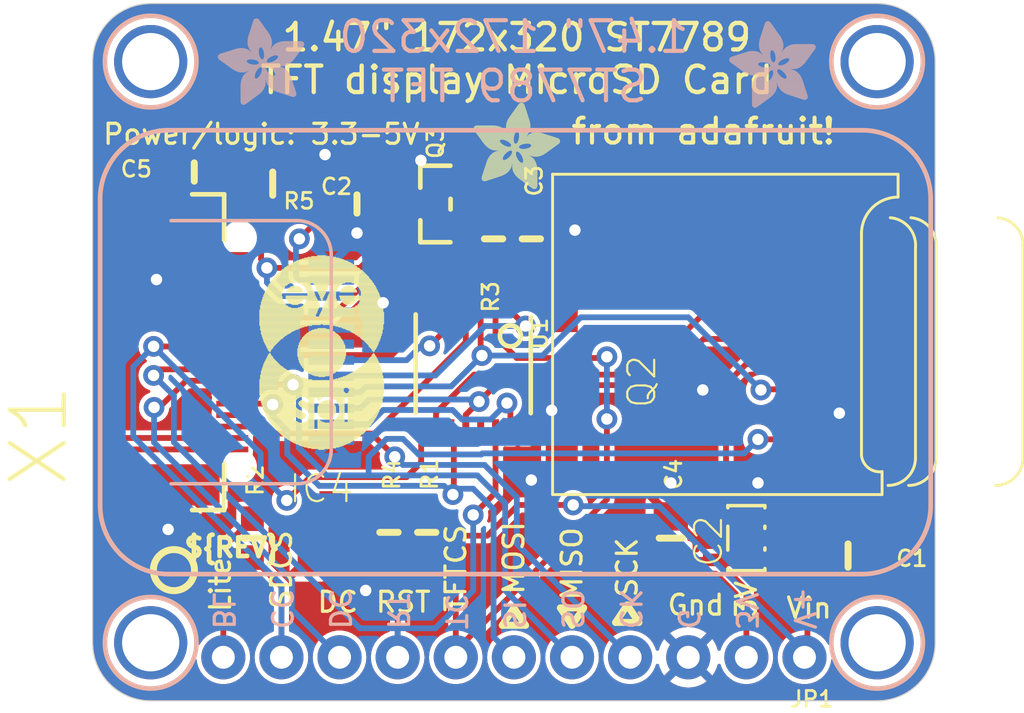
<source format=kicad_pcb>
(kicad_pcb (version 20221018) (generator pcbnew)
  (layers (0 "F.Cu" signal) (1 "In1.Cu" signal) (2 "In2.Cu" signal) (3 "In3.Cu" signal) (4 "In4.Cu" signal) (5 "In5.Cu" signal) (6 "In6.Cu" signal) (7 "In7.Cu" signal) (8 "In8.Cu" signal) (9 "In9.Cu" signal) (10 "In10.Cu" signal) (11 "In11.Cu" signal) (12 "In12.Cu" signal) (13 "In13.Cu" signal) (14 "In14.Cu" signal) (31 "B.Cu" signal) (34 "B.Paste" user) (35 "F.Paste" user) (36 "B.SilkS" user "B.Silkscreen") (37 "F.SilkS" user "F.Silkscreen") (38 "B.Mask" user) (39 "F.Mask" user) (44 "Edge.Cuts" user))
  (net 0 "")
  (net 1 "GND")
  (net 2 "SCK")
  (net 3 "SCK_3V")
  (net 4 "MOSI")
  (net 5 "MOSI_3V")
  (net 6 "MISO")
  (net 7 "+3V3")
  (net 8 "CARDCS")
  (net 9 "CARDCS_3V")
  (net 10 "LEDK")
  (net 11 "LITE")
  (net 12 "TFTDC")
  (net 13 "TFTDC_3V")
  (net 14 "TFTCS_3V")
  (net 15 "TFTCS")
  (net 16 "VIN")
  (net 17 "TFTRST_3V")
  (net 18 "TFTRST")
  (net 19 "N$1")
  (footprint "working:ADAFRUIT_3.5MM" (layer "F.Cu") (at 146.7231 97.8916)
    (fp_text reference "U$21" hide)
    (fp_text value "" hide)
  )
  (footprint "working:0603-NO" (layer "F.Cu") (at 144.6911 112.8776 90)
    (fp_text reference "R1")
    (fp_text value "10K")
  )
  (footprint "working:MICROSD" (layer "F.Cu") (at 150.1521 111.2266 90)
    (fp_text reference "Q2")
    (fp_text value "MICROSD" hide)
  )
  (footprint "working:SOT23-5L" (layer "F.Cu") (at 158.6611 113.1316 90)
    (fp_text reference "IC2")
    (fp_text value "AP2112")
  )
  (footprint "working:SOT23" (layer "F.Cu") (at 140.5001 112.8776)
    (fp_text reference "IC4")
    (fp_text value "APX803-SAG")
  )
  (footprint "working:PCBFEAT-REV-040" (layer "F.Cu") (at 133.6421 114.5286 180)
    (fp_text reference "U$2" hide)
    (fp_text value "" hide)
  )
  (footprint "working:EYESPI_MINI_LOGO" (layer "F.Cu") (at 137.3251 109.3216)
    (fp_text reference "U$22" hide)
    (fp_text value "" hide)
  )
  (footprint "working:FIDUCIAL_1MM" (layer "F.Cu") (at 131.3561 114.9096)
    (fp_text reference "U$5" hide)
    (fp_text value "FIDUCIAL_1MM" hide)
  )
  (footprint "working:0805-NO" (layer "F.Cu") (at 163.1061 113.8936)
    (fp_text reference "C1")
    (fp_text value "10uF")
  )
  (footprint "working:TSSOP16" (layer "F.Cu") (at 146.7231 105.5116 180)
    (fp_text reference "U1")
    (fp_text value "74HC4050PWR")
  )
  (footprint "working:EYE_SPI_DISPLAY_BOTCONTACT" (layer "F.Cu") (at 133.5151 105.0036 90)
    (fp_text reference "X1")
    (fp_text value "EYE_SPI_DISPLAY_FLIP")
  )
  (footprint "working:SOT23-WIDE" (layer "F.Cu") (at 145.0721 98.5266 90)
    (fp_text reference "Q3")
    (fp_text value "BSS138")
  )
  (footprint "working:0805-NO" (layer "F.Cu") (at 137.9601 97.6376)
    (fp_text reference "C2")
    (fp_text value "10uF")
  )
  (footprint "working:1X11_ROUND_76" (layer "F.Cu") (at 148.5011 118.3386 180)
    (fp_text reference "JP1")
    (fp_text value "")
  )
  (footprint "working:0805-NO" (layer "F.Cu") (at 155.3591 113.1316 90)
    (fp_text reference "C4")
    (fp_text value "10uF")
  )
  (footprint "working:0603-NO" (layer "F.Cu") (at 137.0711 113.1316 90)
    (fp_text reference "R2")
    (fp_text value "10K")
  )
  (footprint "working:0603-NO" (layer "F.Cu") (at 147.6121 100.0506 -90)
    (fp_text reference "R3")
    (fp_text value "10K")
  )
  (footprint "working:0603-NO" (layer "F.Cu") (at 141.6431 98.5266 180)
    (fp_text reference "R5")
    (fp_text value "10")
  )
  (footprint "working:0603-NO" (layer "F.Cu") (at 149.2631 100.0506 90)
    (fp_text reference "C3")
    (fp_text value "0.1uF")
  )
  (footprint "working:0603-NO" (layer "F.Cu") (at 134.5311 97.1296 180)
    (fp_text reference "C5")
    (fp_text value "0.1uF")
  )
  (footprint "working:FIDUCIAL_1MM" (layer "F.Cu") (at 165.5191 95.3516 -90)
    (fp_text reference "U$4" hide)
    (fp_text value "FIDUCIAL_1MM" hide)
  )
  (footprint "working:0603-NO" (layer "F.Cu") (at 143.0401 112.8776 90)
    (fp_text reference "R4")
    (fp_text value "10K")
  )
  (footprint "working:MOUNTINGHOLE_2.5_PLATED" (layer "B.Cu") (at 164.3761 92.3036 -90)
    (fp_text reference "U$7" hide)
    (fp_text value "MOUNTINGHOLE2.5" hide)
  )
  (footprint "working:MOUNTINGHOLE_2.5_PLATED" (layer "B.Cu") (at 132.6261 117.7036 -90)
    (fp_text reference "U$10" hide)
    (fp_text value "MOUNTINGHOLE2.5" hide)
  )
  (footprint "working:MOUNTINGHOLE_2.5_PLATED" (layer "B.Cu") (at 164.3761 117.7036 -90)
    (fp_text reference "U$9" hide)
    (fp_text value "MOUNTINGHOLE2.5" hide)
  )
  (footprint "working:MOUNTINGHOLE_2.5_PLATED" (layer "B.Cu") (at 132.6261 92.3036 -90)
    (fp_text reference "U$8" hide)
    (fp_text value "MOUNTINGHOLE2.5" hide)
  )
  (footprint "working:ADAFRUIT_3.5MM" (layer "B.Cu") (at 161.7091 94.3356 180)
    (fp_text reference "U$20" hide)
    (fp_text value "" hide)
  )
  (footprint "working:TFT_1.47IN_172X320_12P" (layer "B.Cu") (at 149.5171 105.0036 90)
    (fp_text reference "DISP1" hide)
    (fp_text value "DISP_LCD_GENERIC_SPI_1.47IN_172X320_12P_WRAPUNDER" hide)
  )
  (footprint "working:ADAFRUIT_3.5MM" (layer "B.Cu") (at 139.3571 94.2086 180)
    (fp_text reference "U$1" hide)
    (fp_text value "" hide)
  )
  (gr_line (start 148.5011 116.1796) (end 149.0091 116.9416) (stroke (width 0.3048)) (layer "F.SilkS"))
  (gr_line (start 150.5331 116.1796) (end 151.0411 116.9416) (stroke (width 0.3048)) (layer "F.SilkS"))
  (gr_line (start 151.5491 116.1796) (end 150.5331 116.1796) (stroke (width 0.3048)) (layer "F.SilkS"))
  (gr_line (start 152.9461 116.8146) (end 153.4541 116.0526) (stroke (width 0.3048)) (layer "F.SilkS"))
  (gr_line (start 149.0091 116.9416) (end 147.9931 116.9416) (stroke (width 0.3048)) (layer "F.SilkS"))
  (gr_line (start 151.0411 116.9416) (end 151.5491 116.1796) (stroke (width 0.3048)) (layer "F.SilkS"))
  (gr_line (start 147.9931 116.9416) (end 148.5011 116.1796) (stroke (width 0.3048)) (layer "F.SilkS"))
  (gr_line (start 153.9621 116.8146) (end 152.9461 116.8146) (stroke (width 0.3048)) (layer "F.SilkS"))
  (gr_line (start 153.4541 116.0526) (end 153.9621 116.8146) (stroke (width 0.3048)) (layer "F.SilkS"))
  (gr_line (start 166.9161 117.7036) (end 166.9161 92.3036) (stroke (width 0.05)) (layer "Edge.Cuts"))
  (gr_arc (start 164.3761 89.7636) (mid 166.172151 90.507549) (end 166.9161 92.3036) (stroke (width 0.05)) (layer "Edge.Cuts"))
  (gr_line (start 132.6261 120.2436) (end 164.3761 120.2436) (stroke (width 0.05)) (layer "Edge.Cuts"))
  (gr_arc (start 166.9161 117.7036) (mid 166.172151 119.499651) (end 164.3761 120.2436) (stroke (width 0.05)) (layer "Edge.Cuts"))
  (gr_arc (start 130.0861 92.3036) (mid 130.830049 90.507549) (end 132.6261 89.7636) (stroke (width 0.05)) (layer "Edge.Cuts"))
  (gr_arc (start 132.6261 120.2436) (mid 130.830049 119.499651) (end 130.0861 117.7036) (stroke (width 0.05)) (layer "Edge.Cuts"))
  (gr_line (start 130.0861 92.3036) (end 130.0861 117.7036) (stroke (width 0.05)) (layer "Edge.Cuts"))
  (gr_line (start 164.3761 89.7636) (end 132.6261 89.7636) (stroke (width 0.05)) (layer "Edge.Cuts"))
  (gr_text "CK" (at 153.5811 117.1956 -90) (layer "B.SilkS") (effects (font (size 0.87376 0.87376) (thickness 0.14224)) (justify left mirror)))
  (gr_text "G" (at 156.1211 117.1956 -90) (layer "B.SilkS") (effects (font (size 0.87376 0.87376) (thickness 0.14224)) (justify left mirror)))
  (gr_text "CC" (at 138.3411 117.1956 -90) (layer "B.SilkS") (effects (font (size 0.87376 0.87376) (thickness 0.14224)) (justify left mirror)))
  (gr_text "SO" (at 151.0411 117.1956 -90) (layer "B.SilkS") (effects (font (size 0.87376 0.87376) (thickness 0.14224)) (justify left mirror)))
  (gr_text "DC" (at 140.8811 117.1956 -90) (layer "B.SilkS") (effects (font (size 0.87376 0.87376) (thickness 0.14224)) (justify left mirror)))
  (gr_text "TC" (at 145.9611 117.1956 -90) (layer "B.SilkS") (effects (font (size 0.87376 0.87376) (thickness 0.14224)) (justify left mirror)))
  (gr_text "3V" (at 158.6611 117.1956 -90) (layer "B.SilkS") (effects (font (size 0.87376 0.87376) (thickness 0.14224)) (justify left mirror)))
  (gr_text "BL" (at 135.8011 117.1956 -90) (layer "B.SilkS") (effects (font (size 0.87376 0.87376) (thickness 0.14224)) (justify left mirror)))
  (gr_text "RT" (at 143.4211 117.1956 -90) (layer "B.SilkS") (effects (font (size 0.87376 0.87376) (thickness 0.14224)) (justify left mirror)))
  (gr_text "SI" (at 148.5011 117.1956 -90) (layer "B.SilkS") (effects (font (size 0.87376 0.87376) (thickness 0.14224)) (justify left mirror)))
  (gr_text "V+" (at 161.2011 117.1956 -90) (layer "B.SilkS") (effects (font (size 0.87376 0.87376) (thickness 0.14224)) (justify left mirror)))
  (gr_text "1.47\" 172x320\nST7789 TFT" (at 148.5011 92.3036) (layer "B.SilkS") (effects (font (size 1.34112 1.34112) (thickness 0.18288)) (justify mirror)))
  (gr_text "3V" (at 159.1691 116.6876 90) (layer "F.SilkS") (effects (font (size 0.87376 0.87376) (thickness 0.14224)) (justify left bottom)))
  (gr_text "SCK" (at 153.9621 115.7986 90) (layer "F.SilkS") (effects (font (size 0.87376 0.87376) (thickness 0.14224)) (justify left bottom)))
  (gr_text "TFTCS" (at 145.4531 116.4336 90) (layer "F.SilkS") (effects (font (size 0.87376 0.87376) (thickness 0.14224)) (justify left top)))
  (gr_text "DC" (at 141.7701 115.4176) (layer "F.SilkS") (effects (font (size 0.87376 0.87376) (thickness 0.14224)) (justify right top)))
  (gr_text "MOSI" (at 149.0091 115.6716 90) (layer "F.SilkS") (effects (font (size 0.87376 0.87376) (thickness 0.14224)) (justify left bottom)))
  (gr_text "Power/logic: 3.3-5V" (at 130.4671 95.9866) (layer "F.SilkS") (effects (font (size 0.87376 0.87376) (thickness 0.14224)) (justify left bottom)))
  (gr_text "Gnd" (at 157.7721 115.5446) (layer "F.SilkS") (effects (font (size 0.87376 0.87376) (thickness 0.14224)) (justify right top)))
  (gr_text "MISO" (at 151.5491 115.9256 90) (layer "F.SilkS") (effects (font (size 0.87376 0.87376) (thickness 0.14224)) (justify left bottom)))
  (gr_text "SDCS" (at 138.3411 116.3066 90) (layer "F.SilkS") (effects (font (size 0.87376 0.87376) (thickness 0.14224)) (justify left)))
  (gr_text "Lite" (at 136.1821 116.4336 90) (layer "F.SilkS") (effects (font (size 0.87376 0.87376) (thickness 0.14224)) (justify left bottom)))
  (gr_text "Vin" (at 162.4711 115.6716) (layer "F.SilkS") (effects (font (size 0.87376 0.87376) (thickness 0.14224)) (justify right top)))
  (gr_text "from adafruit!" (at 150.9141 95.9866) (layer "F.SilkS") (effects (font (size 1.0922 1.0922) (thickness 0.1778)) (justify left bottom)))
  (gr_text "RST" (at 144.9451 115.4176) (layer "F.SilkS") (effects (font (size 0.87376 0.87376) (thickness 0.14224)) (justify right top)))
  (gr_text "1.47\" 172x320 ST7789\nTFT display MicroSD Card" (at 148.6281 92.1766) (layer "F.SilkS") (effects (font (size 1.157732 1.157732) (thickness 0.188468))))
  (segment (start 133.8871 97.3356) (end 133.8871 99.2036) (width 0.254) (layer "F.Cu") (net 1))
  (segment (start 133.6811 97.1296) (end 133.8871 97.3356) (width 0.254) (layer "F.Cu") (net 1))
  (via (at 159.1691 110.7186) (size 0.9064) (drill 0.5) (layers "F.Cu" "B.Cu") (net 1))
  (via (at 156.7561 106.6546) (size 0.9064) (drill 0.5) (layers "F.Cu" "B.Cu") (net 1))
  (via (at 151.1681 99.6696) (size 0.9064) (drill 0.5) (layers "F.Cu" "B.Cu") (net 1))
  (via (at 150.1521 107.5436) (size 0.9064) (drill 0.5) (layers "F.Cu" "B.Cu") (net 1))
  (via (at 142.0241 115.4176) (size 0.9064) (drill 0.5) (layers "F.Cu" "B.Cu") (net 1))
  (via (at 149.2631 110.5916) (size 0.9064) (drill 0.5) (layers "F.Cu" "B.Cu") (net 1))
  (via (at 133.3881 112.7506) (size 0.9064) (drill 0.5) (layers "F.Cu" "B.Cu") (net 1))
  (via (at 140.2461 96.3676) (size 0.9064) (drill 0.5) (layers "F.Cu" "B.Cu") (net 1))
  (via (at 142.7861 102.8446) (size 0.9064) (drill 0.5) (layers "F.Cu" "B.Cu") (net 1))
  (via (at 162.7251 107.6706) (size 0.9064) (drill 0.5) (layers "F.Cu" "B.Cu") (net 1))
  (via (at 132.8801 101.8286) (size 0.9064) (drill 0.5) (layers "F.Cu" "B.Cu") (net 1))
  (via (at 141.6431 99.7966) (size 0.9064) (drill 0.5) (layers "F.Cu" "B.Cu") (net 1))
  (via (at 155.3591 110.7186) (size 0.9064) (drill 0.5) (layers "F.Cu" "B.Cu") (net 1))
  (via (at 144.4371 96.6216) (size 0.9064) (drill 0.5) (layers "F.Cu" "B.Cu") (net 1))
  (segment (start 143.2941 109.5756) (end 142.4051 108.6866) (width 0.254) (layer "F.Cu") (net 2))
  (segment (start 137.1541 107.7536) (end 137.9601 108.5596) (width 0.254) (layer "F.Cu") (net 2))
  (segment (start 146.3981 102.5938) (end 146.3981 104.5666) (width 0.254) (layer "F.Cu") (net 2))
  (segment (start 136.1931 107.7536) (end 137.1541 107.7536) (width 0.254) (layer "F.Cu") (net 2))
  (segment (start 146.3981 104.5666) (end 142.4051 108.5596) (width 0.254) (layer "F.Cu") (net 2))
  (segment (start 142.4051 108.5596) (end 142.4051 108.6866) (width 0.254) (layer "F.Cu") (net 2))
  (segment (start 137.9601 108.5596) (end 142.4051 108.5596) (width 0.254) (layer "F.Cu") (net 2))
  (via (at 143.2941 109.5756) (size 0.9064) (drill 0.5) (layers "F.Cu" "B.Cu") (net 2))
  (segment (start 148.6281 113.3856) (end 153.5811 118.3386) (width 0.254) (layer "B.Cu") (net 2))
  (segment (start 143.2941 109.5756) (end 143.6497 109.9312) (width 0.254) (layer "B.Cu") (net 2))
  (segment (start 147.217281 109.9312) (end 143.6497 109.9312) (width 0.254) (layer "B.Cu") (net 2))
  (segment (start 148.6281 111.342019) (end 148.6281 113.3856) (width 0.254) (layer "B.Cu") (net 2))
  (segment (start 147.217281 109.9312) (end 148.6281 111.342019) (width 0.254) (layer "B.Cu") (net 2))
  (segment (start 159.2961 106.6546) (end 159.3241 106.6266) (width 0.254) (layer "F.Cu") (net 3))
  (segment (start 147.0481 105.096) (end 147.1041 105.152) (width 0.254) (layer "F.Cu") (net 3))
  (segment (start 147.0481 102.5938) (end 147.0481 105.096) (width 0.254) (layer "F.Cu") (net 3))
  (segment (start 159.3241 106.6266) (end 160.7921 106.6266) (width 0.254) (layer "F.Cu") (net 3))
  (via (at 159.2961 106.6546) (size 0.9064) (drill 0.5) (layers "F.Cu" "B.Cu") (net 3))
  (via (at 147.1041 105.152) (size 0.9064) (drill 0.5) (layers "F.Cu" "B.Cu") (net 3))
  (segment (start 140.5171 106.7536) (end 141.7871 106.7536) (width 0.254) (layer "B.Cu") (net 3))
  (segment (start 147.1041 105.152) (end 149.7497 105.152) (width 0.254) (layer "B.Cu") (net 3))
  (segment (start 151.4221 103.4796) (end 156.1211 103.4796) (width 0.254) (layer "B.Cu") (net 3))
  (segment (start 156.1211 103.4796) (end 159.2961 106.6546) (width 0.254) (layer "B.Cu") (net 3))
  (segment (start 147.1041 105.152) (end 145.7565 106.4996) (width 0.254) (layer "B.Cu") (net 3))
  (segment (start 145.7565 106.4996) (end 142.0411 106.4996) (width 0.254) (layer "B.Cu") (net 3))
  (segment (start 142.0411 106.4996) (end 141.7871 106.7536) (width 0.254) (layer "B.Cu") (net 3))
  (segment (start 149.7497 105.152) (end 151.4221 103.4796) (width 0.254) (layer "B.Cu") (net 3))
  (segment (start 137.9241 107.2536) (end 137.9601 107.2896) (width 0.254) (layer "F.Cu") (net 4))
  (segment (start 145.7481 108.4294) (end 145.8751 108.5564) (width 0.254) (layer "F.Cu") (net 4))
  (segment (start 145.8751 110.9316) (end 145.8341 110.9726) (width 0.254) (layer "F.Cu") (net 4))
  (segment (start 145.8341 111.2266) (end 145.8341 110.9726) (width 0.254) (layer "F.Cu") (net 4))
  (segment (start 145.8751 108.5564) (end 145.8751 110.9316) (width 0.254) (layer "F.Cu") (net 4))
  (segment (start 136.1931 107.2536) (end 137.9241 107.2536) (width 0.254) (layer "F.Cu") (net 4))
  (via (at 145.8341 111.2266) (size 0.9064) (drill 0.5) (layers "F.Cu" "B.Cu") (net 4))
  (via (at 137.9601 107.2896) (size 0.9064) (drill 0.5) (layers "F.Cu" "B.Cu") (net 4))
  (segment (start 147.6121 111.8616) (end 146.7231 110.9726) (width 0.254) (layer "B.Cu") (net 4))
  (segment (start 145.8341 111.2266) (end 145.4531 110.8456) (width 0.254) (layer "B.Cu") (net 4))
  (segment (start 147.6121 111.8616) (end 147.6121 117.4496) (width 0.254) (layer "B.Cu") (net 4))
  (segment (start 145.4531 110.8456) (end 139.9921 110.8456) (width 0.254) (layer "B.Cu") (net 4))
  (segment (start 138.5951 108.4326) (end 138.5951 109.4486) (width 0.254) (layer "B.Cu") (net 4))
  (segment (start 138.5951 109.4486) (end 139.9921 110.8456) (width 0.254) (layer "B.Cu") (net 4))
  (segment (start 138.5951 108.4326) (end 137.9601 107.7976) (width 0.254) (layer "B.Cu") (net 4))
  (segment (start 147.6121 117.4496) (end 148.5011 118.3386) (width 0.254) (layer "B.Cu") (net 4))
  (segment (start 146.7231 110.9726) (end 146.0881 110.9726) (width 0.254) (layer "B.Cu") (net 4))
  (segment (start 137.9601 107.7976) (end 137.9601 107.2896) (width 0.254) (layer "B.Cu") (net 4))
  (segment (start 145.8341 111.2266) (end 146.0881 110.9726) (width 0.254) (layer "B.Cu") (net 4))
  (segment (start 147.6963 106.4434) (end 154.776275 106.4434) (width 0.254) (layer "F.Cu") (net 5))
  (segment (start 146.9771 107.1626) (end 147.6963 106.4434) (width 0.254) (layer "F.Cu") (net 5))
  (segment (start 154.776275 106.4434) (end 156.793075 104.4266) (width 0.254) (layer "F.Cu") (net 5))
  (segment (start 146.9771 107.1626) (end 146.3981 107.7416) (width 0.254) (layer "F.Cu") (net 5))
  (segment (start 146.3981 108.4294) (end 146.3981 107.7416) (width 0.254) (layer "F.Cu") (net 5))
  (segment (start 156.793075 104.4266) (end 160.7921 104.4266) (width 0.254) (layer "F.Cu") (net 5))
  (via (at 146.9771 107.1626) (size 0.9064) (drill 0.5) (layers "F.Cu" "B.Cu") (net 5))
  (segment (start 142.1681 107.0726) (end 141.7871 107.4536) (width 0.254) (layer "B.Cu") (net 5))
  (segment (start 146.9771 107.1626) (end 146.8871 107.0726) (width 0.254) (layer "B.Cu") (net 5))
  (segment (start 146.8871 107.0726) (end 142.1681 107.0726) (width 0.254) (layer "B.Cu") (net 5))
  (segment (start 141.7871 107.4536) (end 140.5171 107.4536) (width 0.254) (layer "B.Cu") (net 5))
  (segment (start 136.1931 106.7536) (end 137.2261 106.7536) (width 0.254) (layer "F.Cu") (net 6))
  (segment (start 137.2261 106.7536) (end 137.5577 106.422) (width 0.254) (layer "F.Cu") (net 6))
  (segment (start 137.5577 106.422) (end 138.8491 106.422) (width 0.254) (layer "F.Cu") (net 6))
  (segment (start 160.7791 108.8136) (end 160.7921 108.8266) (width 0.254) (layer "F.Cu") (net 6))
  (segment (start 159.1691 108.8136) (end 160.7791 108.8136) (width 0.254) (layer "F.Cu") (net 6))
  (via (at 138.8491 106.422) (size 0.9064) (drill 0.5) (layers "F.Cu" "B.Cu") (net 6))
  (via (at 159.1691 108.8136) (size 0.9064) (drill 0.5) (layers "F.Cu" "B.Cu") (net 6))
  (segment (start 158.5555 109.4272) (end 147.1255 109.4272) (width 0.254) (layer "B.Cu") (net 6))
  (segment (start 147.0787 109.474) (end 147.1255 109.4272) (width 0.254) (layer "B.Cu") (net 6))
  (segment (start 139.1031 106.676) (end 139.1031 109.183019) (width 0.254) (layer "B.Cu") (net 6))
  (segment (start 139.1031 106.676) (end 138.8491 106.422) (width 0.254) (layer "B.Cu") (net 6))
  (segment (start 143.6537 108.7922) (end 144.3355 109.474) (width 0.254) (layer "B.Cu") (net 6))
  (segment (start 142.1511 109.5756) (end 142.1511 110.3884) (width 0.254) (layer "B.Cu") (net 6))
  (segment (start 142.1511 110.3884) (end 146.9009 110.3884) (width 0.254) (layer "B.Cu") (net 6))
  (segment (start 151.0411 118.3386) (end 148.1201 115.4176) (width 0.254) (layer "B.Cu") (net 6))
  (segment (start 140.308481 110.3884) (end 142.1511 110.3884) (width 0.254) (layer "B.Cu") (net 6))
  (segment (start 142.1511 109.5756) (end 142.9345 108.7922) (width 0.254) (layer "B.Cu") (net 6))
  (segment (start 148.1201 111.6076) (end 148.1201 115.4176) (width 0.254) (layer "B.Cu") (net 6))
  (segment (start 144.3355 109.474) (end 147.0787 109.474) (width 0.254) (layer "B.Cu") (net 6))
  (segment (start 146.9009 110.3884) (end 148.1201 111.6076) (width 0.254) (layer "B.Cu") (net 6))
  (segment (start 142.9345 108.7922) (end 143.6537 108.7922) (width 0.254) (layer "B.Cu") (net 6))
  (segment (start 139.1031 109.183019) (end 140.308481 110.3884) (width 0.254) (layer "B.Cu") (net 6))
  (segment (start 159.1691 108.8136) (end 158.5555 109.4272) (width 0.254) (layer "B.Cu") (net 6))
  (segment (start 141.7701 101.3206) (end 142.4051 100.6856) (width 0.254) (layer "F.Cu") (net 7))
  (segment (start 149.3511 100.8126) (end 162.2171 100.8126) (width 0.254) (layer "F.Cu") (net 7))
  (segment (start 137.7061 101.3206) (end 141.7701 101.3206) (width 0.254) (layer "F.Cu") (net 7))
  (segment (start 136.9441 97.6376) (end 136.6901 97.3836) (width 0.254) (layer "F.Cu") (net 7))
  (segment (start 157.7721 106.4006) (end 158.6461 105.5266) (width 0.254) (layer "F.Cu") (net 7))
  (segment (start 135.3811 97.1296) (end 136.4361 97.1296) (width 0.254) (layer "F.Cu") (net 7))
  (segment (start 149.2631 100.9006) (end 149.2631 100.6856) (width 0.254) (layer "F.Cu") (net 7))
  (segment (start 157.3611 114.0816) (end 155.3591 114.0816) (width 0.254) (layer "F.Cu") (net 7))
  (segment (start 149.2631 100.9006) (end 149.3511 100.8126) (width 0.254) (layer "F.Cu") (net 7))
  (segment (start 162.2171 100.8126) (end 163.1061 101.7016) (width 0.254) (layer "F.Cu") (net 7))
  (segment (start 137.4521 98.7806) (end 136.5961 97.9246) (width 0.254) (layer "F.Cu") (net 7))
  (segment (start 136.6901 97.3836) (end 136.8291 97.3836) (width 0.254) (layer "F.Cu") (net 7))
  (segment (start 149.6441 100.9396) (end 149.6441 101.9478) (width 0.254) (layer "F.Cu") (net 7))
  (segment (start 158.2913 113.1514) (end 158.2913 111.769825) (width 0.254) (layer "F.Cu") (net 7))
  (segment (start 137.7061 101.1936) (end 137.7061 101.3206) (width 0.254) (layer "F.Cu") (net 7))
  (segment (start 161.1921 105.5266) (end 162.0751 105.5266) (width 0.254) (layer "F.Cu") (net 7))
  (segment (start 147.6121 100.9006) (end 147.6121 100.6856) (width 0.254) (layer "F.Cu") (net 7))
  (segment (start 158.6611 115.3816) (end 157.3611 114.0816) (width 0.254) (layer "F.Cu") (net 7))
  (segment (start 149.6441 101.9478) (end 148.9981 102.5938) (width 0.254) (layer "F.Cu") (net 7))
  (segment (start 147.6121 100.6856) (end 149.2631 100.6856) (width 0.254) (layer "F.Cu") (net 7))
  (segment (start 157.3611 114.0816) (end 158.2913 113.1514) (width 0.254) (layer "F.Cu") (net 7))
  (segment (start 137.4521 100.9396) (end 137.4521 98.7806) (width 0.254) (layer "F.Cu") (net 7))
  (segment (start 158.6461 105.5266) (end 161.1921 105.5266) (width 0.254) (layer "F.Cu") (net 7))
  (segment (start 162.0751 105.5266) (end 163.1061 104.4956) (width 0.254) (layer "F.Cu") (net 7))
  (segment (start 163.1061 104.4956) (end 163.1061 101.7016) (width 0.254) (layer "F.Cu") (net 7))
  (segment (start 149.2631 100.9006) (end 149.4146 100.7491) (width 0.254) (layer "F.Cu") (net 7))
  (segment (start 136.9831 97.5376) (end 136.5961 97.9246) (width 0.254) (layer "F.Cu") (net 7))
  (segment (start 136.6901 97.3836) (end 136.4361 97.1296) (width 0.254) (layer "F.Cu") (net 7))
  (segment (start 158.2913 111.769825) (end 157.7721 111.250625) (width 0.254) (layer "F.Cu") (net 7))
  (segment (start 149.4146 100.7491) (end 149.4536 100.7491) (width 0.254) (layer "F.Cu") (net 7))
  (segment (start 142.4051 100.6856) (end 147.6121 100.6856) (width 0.254) (layer "F.Cu") (net 7))
  (segment (start 137.0101 97.6376) (end 136.9441 97.6376) (width 0.254) (layer "F.Cu") (net 7))
  (segment (start 149.4536 100.7491) (end 149.6441 100.9396) (width 0.254) (layer "F.Cu") (net 7))
  (segment (start 136.8291 97.3836) (end 136.9831 97.5376) (width 0.254) (layer "F.Cu") (net 7))
  (segment (start 157.7721 111.250625) (end 157.7721 106.4006) (width 0.254) (layer "F.Cu") (net 7))
  (segment (start 158.6611 118.3386) (end 158.6611 115.3816) (width 0.254) (layer "F.Cu") (net 7))
  (segment (start 137.7061 101.1936) (end 137.4521 100.9396) (width 0.254) (layer "F.Cu") (net 7))
  (via (at 137.7061 101.3206) (size 0.9064) (drill 0.5) (layers "F.Cu" "B.Cu") (net 7))
  (segment (start 137.7061 101.955722) (end 137.7061 101.3206) (width 0.254) (layer "B.Cu") (net 7))
  (segment (start 140.5171 102.5536) (end 138.303978 102.5536) (width 0.254) (layer "B.Cu") (net 7))
  (segment (start 140.5171 103.2536) (end 140.5171 102.5536) (width 0.254) (layer "B.Cu") (net 7))
  (segment (start 138.303978 102.5536) (end 137.7061 101.955722) (width 0.254) (layer "B.Cu") (net 7))
  (segment (start 138.3411 118.3386) (end 138.3411 115.2516) (width 0.254) (layer "F.Cu") (net 8))
  (segment (start 144.4481 108.4294) (end 144.4481 109.8264) (width 0.254) (layer "F.Cu") (net 8))
  (segment (start 139.5897 110.4646) (end 138.5737 111.4806) (width 0.254) (layer "F.Cu") (net 8))
  (segment (start 144.4481 109.8264) (end 143.8099 110.4646) (width 0.254) (layer "F.Cu") (net 8))
  (segment (start 132.7571 104.7536) (end 132.7531 104.7496) (width 0.254) (layer "F.Cu") (net 8))
  (segment (start 138.3411 115.2516) (end 137.0711 113.9816) (width 0.254) (layer "F.Cu") (net 8))
  (segment (start 136.1931 104.7536) (end 132.7571 104.7536) (width 0.254) (layer "F.Cu") (net 8))
  (segment (start 143.8099 110.4646) (end 139.5897 110.4646) (width 0.254) (layer "F.Cu") (net 8))
  (via (at 138.5737 111.4806) (size 0.9064) (drill 0.5) (layers "F.Cu" "B.Cu") (net 8))
  (via (at 132.7531 104.7496) (size 0.9064) (drill 0.5) (layers "F.Cu" "B.Cu") (net 8))
  (segment (start 132.7531 104.7496) (end 131.8641 105.6386) (width 0.254) (layer "B.Cu") (net 8))
  (segment (start 138.5737 111.4806) (end 137.4307 110.3376) (width 0.254) (layer "B.Cu") (net 8))
  (segment (start 131.8641 108.6866) (end 131.8641 105.6386) (width 0.254) (layer "B.Cu") (net 8))
  (segment (start 138.3411 118.3386) (end 138.3411 115.1636) (width 0.254) (layer "B.Cu") (net 8))
  (segment (start 137.4307 109.4272) (end 132.7531 104.7496) (width 0.254) (layer "B.Cu") (net 8))
  (segment (start 137.4307 109.4272) (end 137.4307 110.3376) (width 0.254) (layer "B.Cu") (net 8))
  (segment (start 138.3411 115.1636) (end 131.8641 108.6866) (width 0.254) (layer "B.Cu") (net 8))
  (segment (start 145.0981 107.6446) (end 146.7565 105.9862) (width 0.254) (layer "F.Cu") (net 9))
  (segment (start 146.7565 105.9862) (end 154.1225 105.9862) (width 0.254) (layer "F.Cu") (net 9))
  (segment (start 154.1225 105.9862) (end 156.7821 103.3266) (width 0.254) (layer "F.Cu") (net 9))
  (segment (start 156.7821 103.3266) (end 160.3921 103.3266) (width 0.254) (layer "F.Cu") (net 9))
  (segment (start 145.0981 108.4294) (end 145.0981 107.6446) (width 0.254) (layer "F.Cu") (net 9))
  (segment (start 139.1245 100.0506) (end 140.6485 98.5266) (width 0.254) (layer "F.Cu") (net 10))
  (segment (start 140.6485 98.5266) (end 140.7931 98.5266) (width 0.254) (layer "F.Cu") (net 10))
  (via (at 139.1245 100.0506) (size 0.9064) (drill 0.5) (layers "F.Cu" "B.Cu") (net 10))
  (segment (start 140.5171 101.8536) (end 139.1281 101.8536) (width 0.254) (layer "B.Cu") (net 10))
  (segment (start 139.1281 101.8536) (end 138.9761 101.7016) (width 0.254) (layer "B.Cu") (net 10))
  (segment (start 138.9761 100.199) (end 139.1245 100.0506) (width 0.254) (layer "B.Cu") (net 10))
  (segment (start 138.9761 101.7016) (end 138.9761 100.199) (width 0.254) (layer "B.Cu") (net 10))
  (segment (start 135.8011 116.0526) (end 134.7851 115.0366) (width 0.254) (layer "F.Cu") (net 11))
  (segment (start 130.915112 108.9406) (end 131.102112 108.7536) (width 0.254) (layer "F.Cu") (net 11))
  (segment (start 130.915112 98.078588) (end 134.4041 94.5896) (width 0.254) (layer "F.Cu") (net 11))
  (segment (start 147.6121 99.2006) (end 147.3361 99.4766) (width 0.254) (layer "F.Cu") (net 11))
  (segment (start 133.3881 115.0366) (end 134.7851 115.0366) (width 0.254) (layer "F.Cu") (net 11))
  (segment (start 147.6121 96.4946) (end 147.6121 99.2006) (width 0.254) (layer "F.Cu") (net 11))
  (segment (start 130.915112 112.563613) (end 133.3881 115.0366) (width 0.254) (layer "F.Cu") (net 11))
  (segment (start 145.7071 94.5896) (end 147.6121 96.4946) (width 0.254) (layer "F.Cu") (net 11))
  (segment (start 130.915112 112.563613) (end 130.915112 108.9406) (width 0.254) (layer "F.Cu") (net 11))
  (segment (start 131.102112 108.7536) (end 136.1931 108.7536) (width 0.254) (layer "F.Cu") (net 11))
  (segment (start 147.3361 99.4766) (end 146.0721 99.4766) (width 0.254) (layer "F.Cu") (net 11))
  (segment (start 130.915112 108.9406) (end 130.915112 98.078588) (width 0.254) (layer "F.Cu") (net 11))
  (segment (start 134.4041 94.5896) (end 145.7071 94.5896) (width 0.254) (layer "F.Cu") (net 11))
  (segment (start 135.8011 118.3386) (end 135.8011 116.0526) (width 0.254) (layer "F.Cu") (net 11))
  (segment (start 138.202518 105.1306) (end 143.1671 105.1306) (width 0.254) (layer "F.Cu") (net 12))
  (segment (start 134.1701 106.2536) (end 133.0071 107.4166) (width 0.254) (layer "F.Cu") (net 12))
  (segment (start 133.0071 107.4166) (end 132.7745 107.4166) (width 0.254) (layer "F.Cu") (net 12))
  (segment (start 143.1671 105.1306) (end 145.0981 103.1996) (width 0.254) (layer "F.Cu") (net 12))
  (segment (start 145.0981 102.5938) (end 145.0981 103.1996) (width 0.254) (layer "F.Cu") (net 12))
  (segment (start 136.1931 106.2536) (end 134.1701 106.2536) (width 0.254) (layer "F.Cu") (net 12))
  (segment (start 137.079518 106.2536) (end 138.202518 105.1306) (width 0.254) (layer "F.Cu") (net 12))
  (segment (start 136.1931 106.2536) (end 137.079518 106.2536) (width 0.254) (layer "F.Cu") (net 12))
  (via (at 132.7745 107.4166) (size 0.9064) (drill 0.5) (layers "F.Cu" "B.Cu") (net 12))
  (segment (start 138.7983 114.974219) (end 132.7745 108.950419) (width 0.254) (layer "B.Cu") (net 12))
  (segment (start 138.7983 116.2558) (end 138.7983 114.974219) (width 0.254) (layer "B.Cu") (net 12))
  (segment (start 140.8811 118.3386) (end 138.7983 116.2558) (width 0.254) (layer "B.Cu") (net 12))
  (segment (start 132.7745 108.950419) (end 132.7745 107.4166) (width 0.254) (layer "B.Cu") (net 12))
  (segment (start 145.7481 103.798269) (end 144.818168 104.7282) (width 0.254) (layer "F.Cu") (net 13))
  (segment (start 145.7481 102.5938) (end 145.7481 103.798269) (width 0.254) (layer "F.Cu") (net 13))
  (segment (start 144.818168 104.7282) (end 144.8181 104.7282) (width 0.254) (layer "F.Cu") (net 13))
  (via (at 144.8181 104.7282) (size 0.9064) (drill 0.5) (layers "F.Cu" "B.Cu") (net 13))
  (segment (start 143.8117 105.3536) (end 140.5171 105.3536) (width 0.254) (layer "B.Cu") (net 13))
  (segment (start 144.4371 104.7282) (end 143.8117 105.3536) (width 0.254) (layer "B.Cu") (net 13))
  (segment (start 144.8181 104.7282) (end 144.4371 104.7282) (width 0.254) (layer "B.Cu") (net 13))
  (segment (start 148.3481 102.5938) (end 148.3481 103.1996) (width 0.254) (layer "F.Cu") (net 14))
  (segment (start 148.3481 103.1996) (end 149.0091 103.8606) (width 0.254) (layer "F.Cu") (net 14))
  (via (at 149.0091 103.8606) (size 0.9064) (drill 0.5) (layers "F.Cu" "B.Cu") (net 14))
  (segment (start 149.0091 103.8606) (end 147.2311 103.8606) (width 0.254) (layer "B.Cu") (net 14))
  (segment (start 147.2311 103.8606) (end 145.0721 106.0196) (width 0.254) (layer "B.Cu") (net 14))
  (segment (start 140.5171 106.0536) (end 140.5511 106.0196) (width 0.254) (layer "B.Cu") (net 14))
  (segment (start 140.5511 106.0196) (end 145.0721 106.0196) (width 0.254) (layer "B.Cu") (net 14))
  (segment (start 142.6591 101.3206) (end 146.527625 101.3206) (width 0.254) (layer "F.Cu") (net 15))
  (segment (start 145.9611 118.0456) (end 145.9611 114.9976) (width 0.254) (layer "F.Cu") (net 15))
  (segment (start 137.5791 103.4796) (end 140.5001 103.4796) (width 0.254) (layer "F.Cu") (net 15))
  (segment (start 137.0751 105.2536) (end 137.2233 105.1054) (width 0.254) (layer "F.Cu") (net 15))
  (segment (start 137.2233 103.8354) (end 137.5791 103.4796) (width 0.254) (layer "F.Cu") (net 15))
  (segment (start 146.975325 101.7683) (end 147.6788 101.7683) (width 0.254) (layer "F.Cu") (net 15))
  (segment (start 140.5001 103.4796) (end 142.6591 101.3206) (width 0.254) (layer "F.Cu") (net 15))
  (segment (start 152.5103 105.2576) (end 152.5651 105.2028) (width 0.254) (layer "F.Cu") (net 15))
  (segment (start 152.5651 111.4416) (end 152.5651 107.9246) (width 0.254) (layer "F.Cu") (net 15))
  (segment (start 144.6911 113.7276) (end 145.9611 114.9976) (width 0.254) (layer "F.Cu") (net 15))
  (segment (start 148.6281 105.2576) (end 152.5103 105.2576) (width 0.254) (layer "F.Cu") (net 15))
  (segment (start 137.2233 105.1054) (end 137.2233 103.8354) (width 0.254) (layer "F.Cu") (net 15))
  (segment (start 136.1931 105.2536) (end 137.0751 105.2536) (width 0.254) (layer "F.Cu") (net 15))
  (segment (start 147.6981 104.3276) (end 148.6281 105.2576) (width 0.254) (layer "F.Cu") (net 15))
  (segment (start 146.527625 101.3206) (end 146.975325 101.7683) (width 0.254) (layer "F.Cu") (net 15))
  (segment (start 147.6981 102.5938) (end 147.6981 104.3276) (width 0.254) (layer "F.Cu") (net 15))
  (segment (start 147.6981 101.7876) (end 147.6981 102.5938) (width 0.254) (layer "F.Cu") (net 15))
  (segment (start 145.9611 118.0456) (end 152.5651 111.4416) (width 0.254) (layer "F.Cu") (net 15))
  (segment (start 147.6788 101.7683) (end 147.6981 101.7876) (width 0.254) (layer "F.Cu") (net 15))
  (segment (start 145.9611 118.3386) (end 145.9611 118.0456) (width 0.254) (layer "F.Cu") (net 15))
  (via (at 152.5651 107.9246) (size 0.9064) (drill 0.5) (layers "F.Cu" "B.Cu") (net 15))
  (via (at 152.5651 105.2028) (size 0.9064) (drill 0.5) (layers "F.Cu" "B.Cu") (net 15))
  (segment (start 152.5651 105.2028) (end 152.5651 107.9246) (width 0.254) (layer "B.Cu") (net 15))
  (segment (start 161.2011 118.3386) (end 161.3281 118.2116) (width 0.254) (layer "F.Cu") (net 16))
  (segment (start 159.9611 114.0816) (end 161.0741 114.0816) (width 0.254) (layer "F.Cu") (net 16))
  (segment (start 131.6101 109.4486) (end 131.6101 112.3696) (width 0.254) (layer "F.Cu") (net 16))
  (segment (start 142.7901 111.7776) (end 143.0401 112.0276) (width 0.254) (layer "F.Cu") (net 16))
  (segment (start 144.6911 112.0276) (end 144.9841 112.0276) (width 0.254) (layer "F.Cu") (net 16))
  (segment (start 159.1031 112.1816) (end 158.7881 112.4966) (width 0.254) (layer "F.Cu") (net 16))
  (segment (start 161.0741 114.0816) (end 161.3281 114.3356) (width 0.254) (layer "F.Cu") (net 16))
  (segment (start 148.68179 111.68091) (end 147.3367 113.026) (width 0.254) (layer "F.Cu") (net 16))
  (segment (start 159.9611 112.1816) (end 159.1031 112.1816) (width 0.254) (layer "F.Cu") (net 16))
  (segment (start 131.8051 109.2536) (end 131.6101 109.4486) (width 0.254) (layer "F.Cu") (net 16))
  (segment (start 136.1931 109.2536) (end 131.8051 109.2536) (width 0.254) (layer "F.Cu") (net 16))
  (segment (start 140.5001 111.7776) (end 142.7901 111.7776) (width 0.254) (layer "F.Cu") (net 16))
  (segment (start 143.0401 112.0276) (end 144.6911 112.0276) (width 0.254) (layer "F.Cu") (net 16))
  (segment (start 159.1031 114.0816) (end 159.9611 114.0816) (width 0.254) (layer "F.Cu") (net 16))
  (segment (start 158.7881 112.4966) (end 158.7881 113.7666) (width 0.254) (layer "F.Cu") (net 16))
  (segment (start 135.5861 113.7666) (end 137.0711 112.2816) (width 0.254) (layer "F.Cu") (net 16))
  (segment (start 151.09089 111.68091) (end 148.68179 111.68091) (width 0.254) (layer "F.Cu") (net 16))
  (segment (start 144.9841 112.0276) (end 145.9825 113.026) (width 0.254) (layer "F.Cu") (net 16))
  (segment (start 161.3281 114.3356) (end 161.3281 118.2116) (width 0.254) (layer "F.Cu") (net 16))
  (segment (start 145.9825 113.026) (end 147.3367 113.026) (width 0.254) (layer "F.Cu") (net 16))
  (segment (start 137.0711 112.2816) (end 139.9961 112.2816) (width 0.254) (layer "F.Cu") (net 16))
  (segment (start 131.6101 112.3696) (end 133.0071 113.7666) (width 0.254) (layer "F.Cu") (net 16))
  (segment (start 162.1561 113.8936) (end 161.9681 114.0816) (width 0.254) (layer "F.Cu") (net 16))
  (segment (start 133.0071 113.7666) (end 135.5861 113.7666) (width 0.254) (layer "F.Cu") (net 16))
  (segment (start 158.7881 113.7666) (end 159.1031 114.0816) (width 0.254) (layer "F.Cu") (net 16))
  (segment (start 139.9961 112.2816) (end 140.5001 111.7776) (width 0.254) (layer "F.Cu") (net 16))
  (segment (start 161.9681 114.0816) (end 161.0741 114.0816) (width 0.254) (layer "F.Cu") (net 16))
  (via (at 151.09089 111.68091) (size 0.9064) (drill 0.5) (layers "F.Cu" "B.Cu") (net 16))
  (segment (start 161.2011 118.3386) (end 161.3281 118.2116) (width 0.254) (layer "B.Cu") (net 16))
  (segment (start 154.8511 111.7346) (end 151.144581 111.7346) (width 0.254) (layer "B.Cu") (net 16))
  (segment (start 161.3281 118.2116) (end 154.8511 111.7346) (width 0.254) (layer "B.Cu") (net 16))
  (segment (start 151.09089 111.68091) (end 151.144581 111.7346) (width 0.254) (layer "B.Cu") (net 16))
  (segment (start 148.3481 107.376413) (end 148.3481 108.4294) (width 0.254) (layer "F.Cu") (net 17))
  (segment (start 148.198487 107.2268) (end 148.3481 107.376413) (width 0.254) (layer "F.Cu") (net 17))
  (via (at 148.198487 107.2268) (size 0.9064) (drill 0.5) (layers "F.Cu" "B.Cu") (net 17))
  (segment (start 147.479287 107.946) (end 148.198487 107.2268) (width 0.254) (layer "B.Cu") (net 17))
  (segment (start 142.1681 108.1536) (end 142.7919 107.5298) (width 0.254) (layer "B.Cu") (net 17))
  (segment (start 142.7919 107.5298) (end 145.8203 107.5298) (width 0.254) (layer "B.Cu") (net 17))
  (segment (start 146.2365 107.946) (end 147.479287 107.946) (width 0.254) (layer "B.Cu") (net 17))
  (segment (start 140.5171 108.1536) (end 142.1681 108.1536) (width 0.254) (layer "B.Cu") (net 17))
  (segment (start 145.8203 107.5298) (end 146.2365 107.946) (width 0.254) (layer "B.Cu") (net 17))
  (segment (start 147.6981 111.1406) (end 146.7231 112.1156) (width 0.254) (layer "F.Cu") (net 18))
  (segment (start 143.4211 114.1086) (end 143.0401 113.7276) (width 0.254) (layer "F.Cu") (net 18))
  (segment (start 133.0191 105.7536) (end 132.7531 106.0196) (width 0.254) (layer "F.Cu") (net 18))
  (segment (start 143.4211 118.3386) (end 143.4211 114.1086) (width 0.254) (layer "F.Cu") (net 18))
  (segment (start 142.7901 113.9776) (end 141.4501 113.9776) (width 0.254) (layer "F.Cu") (net 18))
  (segment (start 136.1931 105.7536) (end 133.0191 105.7536) (width 0.254) (layer "F.Cu") (net 18))
  (segment (start 143.0401 113.7276) (end 142.7901 113.9776) (width 0.254) (layer "F.Cu") (net 18))
  (segment (start 147.6981 108.4294) (end 147.6981 111.1406) (width 0.254) (layer "F.Cu") (net 18))
  (via (at 132.7531 106.0196) (size 0.9064) (drill 0.5) (layers "F.Cu" "B.Cu") (net 18))
  (via (at 146.7231 112.1156) (size 0.9064) (drill 0.5) (layers "F.Cu" "B.Cu") (net 18))
  (segment (start 133.6421 106.9086) (end 133.6421 108.9406) (width 0.254) (layer "B.Cu") (net 18))
  (segment (start 146.7231 115.4176) (end 145.0721 117.0686) (width 0.254) (layer "B.Cu") (net 18))
  (segment (start 132.7531 106.0196) (end 133.6421 106.9086) (width 0.254) (layer "B.Cu") (net 18))
  (segment (start 141.7701 117.0686) (end 143.4211 117.0686) (width 0.254) (layer "B.Cu") (net 18))
  (segment (start 146.7231 112.1156) (end 146.7231 115.4176) (width 0.254) (layer "B.Cu") (net 18))
  (segment (start 141.7701 117.0686) (end 133.6421 108.9406) (width 0.254) (layer "B.Cu") (net 18))
  (segment (start 143.4211 117.0686) (end 143.4211 118.3386) (width 0.254) (layer "B.Cu") (net 18))
  (segment (start 143.4211 117.0686) (end 145.0721 117.0686) (width 0.254) (layer "B.Cu") (net 18))
  (segment (start 144.0721 98.5266) (end 142.4931 98.5266) (width 0.254) (layer "F.Cu") (net 19))
  (zone (net 1) (net_name "GND") (layer "F.Cu") (priority 6) (connect_pads (clearance 0.000001)) (min_thickness 0.1524) (fill yes (thermal_gap 0.3548) (thermal_bridge_width 0.3548))
    (polygon (pts (xy 167.0685 120.396) (xy 130.0607 120.396) (xy 130.0607 89.6112) (xy 167.0685 89.6112)))
  )
  (zone (net 1) (net_name "GND") (layer "B.Cu") (priority 6) (connect_pads (clearance 0.000001)) (min_thickness 0.1524) (fill yes (thermal_gap 0.3548) (thermal_bridge_width 0.3548))
    (polygon (pts (xy 167.0685 120.396) (xy 130.0607 120.396) (xy 130.0607 89.6112) (xy 167.0685 89.6112)))
  )
)
</source>
